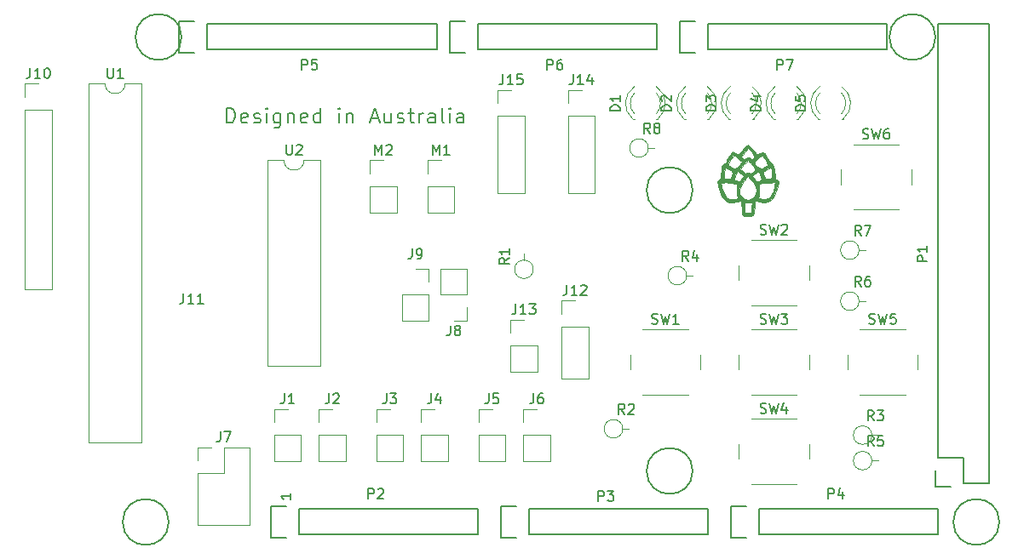
<source format=gbr>
G04 #@! TF.GenerationSoftware,KiCad,Pcbnew,5.1.5+dfsg1-2*
G04 #@! TF.CreationDate,2020-03-01T10:33:55+10:30*
G04 #@! TF.ProjectId,megasheild,6d656761-7368-4656-996c-642e6b696361,rev?*
G04 #@! TF.SameCoordinates,Original*
G04 #@! TF.FileFunction,Legend,Top*
G04 #@! TF.FilePolarity,Positive*
%FSLAX46Y46*%
G04 Gerber Fmt 4.6, Leading zero omitted, Abs format (unit mm)*
G04 Created by KiCad (PCBNEW 5.1.5+dfsg1-2) date 2020-03-01 10:33:55*
%MOMM*%
%LPD*%
G04 APERTURE LIST*
%ADD10C,0.150000*%
%ADD11C,0.010000*%
%ADD12C,0.120000*%
G04 APERTURE END LIST*
D10*
X125374285Y-79418571D02*
X125374285Y-77918571D01*
X125731428Y-77918571D01*
X125945714Y-77990000D01*
X126088571Y-78132857D01*
X126160000Y-78275714D01*
X126231428Y-78561428D01*
X126231428Y-78775714D01*
X126160000Y-79061428D01*
X126088571Y-79204285D01*
X125945714Y-79347142D01*
X125731428Y-79418571D01*
X125374285Y-79418571D01*
X127445714Y-79347142D02*
X127302857Y-79418571D01*
X127017142Y-79418571D01*
X126874285Y-79347142D01*
X126802857Y-79204285D01*
X126802857Y-78632857D01*
X126874285Y-78490000D01*
X127017142Y-78418571D01*
X127302857Y-78418571D01*
X127445714Y-78490000D01*
X127517142Y-78632857D01*
X127517142Y-78775714D01*
X126802857Y-78918571D01*
X128088571Y-79347142D02*
X128231428Y-79418571D01*
X128517142Y-79418571D01*
X128660000Y-79347142D01*
X128731428Y-79204285D01*
X128731428Y-79132857D01*
X128660000Y-78990000D01*
X128517142Y-78918571D01*
X128302857Y-78918571D01*
X128160000Y-78847142D01*
X128088571Y-78704285D01*
X128088571Y-78632857D01*
X128160000Y-78490000D01*
X128302857Y-78418571D01*
X128517142Y-78418571D01*
X128660000Y-78490000D01*
X129374285Y-79418571D02*
X129374285Y-78418571D01*
X129374285Y-77918571D02*
X129302857Y-77990000D01*
X129374285Y-78061428D01*
X129445714Y-77990000D01*
X129374285Y-77918571D01*
X129374285Y-78061428D01*
X130731428Y-78418571D02*
X130731428Y-79632857D01*
X130660000Y-79775714D01*
X130588571Y-79847142D01*
X130445714Y-79918571D01*
X130231428Y-79918571D01*
X130088571Y-79847142D01*
X130731428Y-79347142D02*
X130588571Y-79418571D01*
X130302857Y-79418571D01*
X130160000Y-79347142D01*
X130088571Y-79275714D01*
X130017142Y-79132857D01*
X130017142Y-78704285D01*
X130088571Y-78561428D01*
X130160000Y-78490000D01*
X130302857Y-78418571D01*
X130588571Y-78418571D01*
X130731428Y-78490000D01*
X131445714Y-78418571D02*
X131445714Y-79418571D01*
X131445714Y-78561428D02*
X131517142Y-78490000D01*
X131660000Y-78418571D01*
X131874285Y-78418571D01*
X132017142Y-78490000D01*
X132088571Y-78632857D01*
X132088571Y-79418571D01*
X133374285Y-79347142D02*
X133231428Y-79418571D01*
X132945714Y-79418571D01*
X132802857Y-79347142D01*
X132731428Y-79204285D01*
X132731428Y-78632857D01*
X132802857Y-78490000D01*
X132945714Y-78418571D01*
X133231428Y-78418571D01*
X133374285Y-78490000D01*
X133445714Y-78632857D01*
X133445714Y-78775714D01*
X132731428Y-78918571D01*
X134731428Y-79418571D02*
X134731428Y-77918571D01*
X134731428Y-79347142D02*
X134588571Y-79418571D01*
X134302857Y-79418571D01*
X134160000Y-79347142D01*
X134088571Y-79275714D01*
X134017142Y-79132857D01*
X134017142Y-78704285D01*
X134088571Y-78561428D01*
X134160000Y-78490000D01*
X134302857Y-78418571D01*
X134588571Y-78418571D01*
X134731428Y-78490000D01*
X136588571Y-79418571D02*
X136588571Y-78418571D01*
X136588571Y-77918571D02*
X136517142Y-77990000D01*
X136588571Y-78061428D01*
X136660000Y-77990000D01*
X136588571Y-77918571D01*
X136588571Y-78061428D01*
X137302857Y-78418571D02*
X137302857Y-79418571D01*
X137302857Y-78561428D02*
X137374285Y-78490000D01*
X137517142Y-78418571D01*
X137731428Y-78418571D01*
X137874285Y-78490000D01*
X137945714Y-78632857D01*
X137945714Y-79418571D01*
X139731428Y-78990000D02*
X140445714Y-78990000D01*
X139588571Y-79418571D02*
X140088571Y-77918571D01*
X140588571Y-79418571D01*
X141731428Y-78418571D02*
X141731428Y-79418571D01*
X141088571Y-78418571D02*
X141088571Y-79204285D01*
X141160000Y-79347142D01*
X141302857Y-79418571D01*
X141517142Y-79418571D01*
X141660000Y-79347142D01*
X141731428Y-79275714D01*
X142374285Y-79347142D02*
X142517142Y-79418571D01*
X142802857Y-79418571D01*
X142945714Y-79347142D01*
X143017142Y-79204285D01*
X143017142Y-79132857D01*
X142945714Y-78990000D01*
X142802857Y-78918571D01*
X142588571Y-78918571D01*
X142445714Y-78847142D01*
X142374285Y-78704285D01*
X142374285Y-78632857D01*
X142445714Y-78490000D01*
X142588571Y-78418571D01*
X142802857Y-78418571D01*
X142945714Y-78490000D01*
X143445714Y-78418571D02*
X144017142Y-78418571D01*
X143660000Y-77918571D02*
X143660000Y-79204285D01*
X143731428Y-79347142D01*
X143874285Y-79418571D01*
X144017142Y-79418571D01*
X144517142Y-79418571D02*
X144517142Y-78418571D01*
X144517142Y-78704285D02*
X144588571Y-78561428D01*
X144660000Y-78490000D01*
X144802857Y-78418571D01*
X144945714Y-78418571D01*
X146088571Y-79418571D02*
X146088571Y-78632857D01*
X146017142Y-78490000D01*
X145874285Y-78418571D01*
X145588571Y-78418571D01*
X145445714Y-78490000D01*
X146088571Y-79347142D02*
X145945714Y-79418571D01*
X145588571Y-79418571D01*
X145445714Y-79347142D01*
X145374285Y-79204285D01*
X145374285Y-79061428D01*
X145445714Y-78918571D01*
X145588571Y-78847142D01*
X145945714Y-78847142D01*
X146088571Y-78775714D01*
X147017142Y-79418571D02*
X146874285Y-79347142D01*
X146802857Y-79204285D01*
X146802857Y-77918571D01*
X147588571Y-79418571D02*
X147588571Y-78418571D01*
X147588571Y-77918571D02*
X147517142Y-77990000D01*
X147588571Y-78061428D01*
X147660000Y-77990000D01*
X147588571Y-77918571D01*
X147588571Y-78061428D01*
X148945714Y-79418571D02*
X148945714Y-78632857D01*
X148874285Y-78490000D01*
X148731428Y-78418571D01*
X148445714Y-78418571D01*
X148302857Y-78490000D01*
X148945714Y-79347142D02*
X148802857Y-79418571D01*
X148445714Y-79418571D01*
X148302857Y-79347142D01*
X148231428Y-79204285D01*
X148231428Y-79061428D01*
X148302857Y-78918571D01*
X148445714Y-78847142D01*
X148802857Y-78847142D01*
X148945714Y-78775714D01*
X131770380Y-116300285D02*
X131770380Y-116871714D01*
X131770380Y-116586000D02*
X130770380Y-116586000D01*
X130913238Y-116681238D01*
X131008476Y-116776476D01*
X131056095Y-116871714D01*
D11*
G36*
X177316396Y-81678164D02*
G01*
X177496014Y-81835110D01*
X177711406Y-82057189D01*
X177738607Y-82087448D01*
X178156424Y-82556229D01*
X178425440Y-82404948D01*
X178608258Y-82311300D01*
X178716930Y-82311682D01*
X178824341Y-82416128D01*
X178864074Y-82465333D01*
X179004184Y-82667102D01*
X179167748Y-82939577D01*
X179243772Y-83079167D01*
X179376160Y-83303818D01*
X179491036Y-83449790D01*
X179541413Y-83481333D01*
X179644801Y-83558598D01*
X179742989Y-83761234D01*
X179822053Y-84045504D01*
X179868068Y-84367670D01*
X179874333Y-84527072D01*
X179883988Y-84800465D01*
X179922873Y-84949321D01*
X180005869Y-85017828D01*
X180043667Y-85029865D01*
X180166645Y-85121364D01*
X180209603Y-85319655D01*
X180172435Y-85638269D01*
X180055037Y-86090737D01*
X180034960Y-86156587D01*
X179815304Y-86679977D01*
X179528693Y-87057372D01*
X179182518Y-87284015D01*
X178784173Y-87355145D01*
X178341049Y-87266003D01*
X178322684Y-87259108D01*
X178093903Y-87176451D01*
X177934902Y-87127625D01*
X177903003Y-87122000D01*
X177874580Y-87199906D01*
X177853288Y-87406653D01*
X177842825Y-87701784D01*
X177842333Y-87786211D01*
X177834394Y-88145745D01*
X177805340Y-88377267D01*
X177747318Y-88521580D01*
X177687500Y-88590544D01*
X177468014Y-88698488D01*
X177182264Y-88730373D01*
X176904183Y-88687315D01*
X176712455Y-88575833D01*
X176629009Y-88422746D01*
X176584544Y-88171878D01*
X176572333Y-87818830D01*
X176562781Y-87516020D01*
X176547521Y-87376000D01*
X176826333Y-87376000D01*
X176826333Y-87827555D01*
X176836869Y-88091985D01*
X176863893Y-88282815D01*
X176886807Y-88339585D01*
X177004469Y-88373518D01*
X177213357Y-88377267D01*
X177246640Y-88374863D01*
X177546000Y-88349667D01*
X177571392Y-87862833D01*
X177596784Y-87376000D01*
X176826333Y-87376000D01*
X176547521Y-87376000D01*
X176537646Y-87285395D01*
X176502207Y-87173780D01*
X176499348Y-87171552D01*
X176382263Y-87172415D01*
X176174360Y-87228000D01*
X176081907Y-87261751D01*
X175644818Y-87358405D01*
X175248192Y-87295196D01*
X174899504Y-87078345D01*
X174606231Y-86714078D01*
X174375849Y-86208620D01*
X174247532Y-85734419D01*
X174200368Y-85412841D01*
X174484002Y-85412841D01*
X174487710Y-85490254D01*
X174488274Y-85492167D01*
X174539452Y-85683017D01*
X174590660Y-85894333D01*
X174708531Y-86250252D01*
X174880623Y-86585161D01*
X175073331Y-86838429D01*
X175150705Y-86904738D01*
X175418089Y-87009818D01*
X175744517Y-87031229D01*
X176039420Y-86964604D01*
X176070976Y-86949112D01*
X176183105Y-86855468D01*
X176161329Y-86723969D01*
X176139589Y-86681082D01*
X176088327Y-86477289D01*
X176078188Y-86175066D01*
X176319128Y-86175066D01*
X176389845Y-86512055D01*
X176579665Y-86780264D01*
X176850645Y-86962990D01*
X177164838Y-87043530D01*
X177484301Y-87005181D01*
X177762077Y-86836706D01*
X178226697Y-86836706D01*
X178313543Y-86936539D01*
X178328607Y-86945572D01*
X178607092Y-87027263D01*
X178936699Y-87015308D01*
X179232117Y-86916360D01*
X179302755Y-86869585D01*
X179513547Y-86619227D01*
X179701866Y-86230205D01*
X179853286Y-85732994D01*
X179865239Y-85681190D01*
X179941000Y-85344000D01*
X179336167Y-85352439D01*
X179000585Y-85365022D01*
X178706191Y-85389822D01*
X178519667Y-85420838D01*
X178403444Y-85465572D01*
X178343446Y-85544831D01*
X178325614Y-85702842D01*
X178335890Y-85983833D01*
X178336602Y-85996738D01*
X178337255Y-86303383D01*
X178309328Y-86562318D01*
X178272543Y-86685818D01*
X178226697Y-86836706D01*
X177762077Y-86836706D01*
X177771090Y-86831240D01*
X177783083Y-86819492D01*
X177996591Y-86505487D01*
X178050168Y-86148571D01*
X177943396Y-85746388D01*
X177675862Y-85296578D01*
X177469299Y-85038702D01*
X177210395Y-84739268D01*
X177652878Y-84739268D01*
X177838038Y-84999301D01*
X177987573Y-85186206D01*
X178116181Y-85247903D01*
X178290790Y-85203944D01*
X178389899Y-85160522D01*
X178521303Y-85073915D01*
X178561799Y-84951111D01*
X178510853Y-84756127D01*
X178379766Y-84476167D01*
X178326008Y-84387937D01*
X178715439Y-84387937D01*
X178761619Y-84592157D01*
X178778799Y-84650410D01*
X178856509Y-84872092D01*
X178948801Y-84974815D01*
X179110750Y-85004039D01*
X179208788Y-85005333D01*
X179429572Y-84987708D01*
X179539585Y-84913525D01*
X179585705Y-84793110D01*
X179602735Y-84579610D01*
X179583147Y-84300312D01*
X179536382Y-84037011D01*
X179480842Y-83884455D01*
X179386353Y-83876618D01*
X179200408Y-83949066D01*
X178967840Y-84081592D01*
X178828897Y-84178291D01*
X178735739Y-84270021D01*
X178715439Y-84387937D01*
X178326008Y-84387937D01*
X178275129Y-84304434D01*
X178173969Y-84261105D01*
X178035965Y-84347429D01*
X177890446Y-84491301D01*
X177652878Y-84739268D01*
X177210395Y-84739268D01*
X177184223Y-84709000D01*
X177002844Y-84920667D01*
X176799921Y-85189276D01*
X176604298Y-85501217D01*
X176442380Y-85808047D01*
X176340569Y-86061322D01*
X176319128Y-86175066D01*
X176078188Y-86175066D01*
X176077952Y-86168056D01*
X176087669Y-86012620D01*
X176108487Y-85737043D01*
X176095310Y-85582030D01*
X176030406Y-85499593D01*
X175896043Y-85441744D01*
X175873855Y-85433982D01*
X175654633Y-85387337D01*
X175338588Y-85354815D01*
X175029993Y-85344000D01*
X174722417Y-85348665D01*
X174551329Y-85368628D01*
X174484002Y-85412841D01*
X174200368Y-85412841D01*
X174192945Y-85362231D01*
X174217223Y-85127894D01*
X174303773Y-85038147D01*
X175833141Y-85038147D01*
X175926272Y-85139034D01*
X175991808Y-85168689D01*
X176216617Y-85239955D01*
X176367792Y-85211841D01*
X176514714Y-85063617D01*
X176564741Y-84997494D01*
X176758327Y-84735655D01*
X176522490Y-84489494D01*
X176358097Y-84333755D01*
X176238778Y-84248691D01*
X176219778Y-84243333D01*
X176118112Y-84314809D01*
X175997578Y-84492773D01*
X175891211Y-84722532D01*
X175849375Y-84856556D01*
X175833141Y-85038147D01*
X174303773Y-85038147D01*
X174323284Y-85017916D01*
X174405259Y-85005333D01*
X174468340Y-84925212D01*
X174504139Y-84700184D01*
X174509947Y-84555966D01*
X174512466Y-84522692D01*
X174797993Y-84522692D01*
X174801946Y-84769391D01*
X174837772Y-84930687D01*
X174850778Y-84948889D01*
X174965980Y-84986470D01*
X175174880Y-85004941D01*
X175211060Y-85005333D01*
X175414846Y-84988425D01*
X175526679Y-84905644D01*
X175607626Y-84708905D01*
X175614268Y-84687854D01*
X175656798Y-84422561D01*
X175580288Y-84215286D01*
X175365664Y-84031753D01*
X175311983Y-84001398D01*
X176467545Y-84001398D01*
X176699613Y-84243625D01*
X176867985Y-84395861D01*
X176990580Y-84430222D01*
X177083799Y-84390853D01*
X177248763Y-84340401D01*
X177355434Y-84395045D01*
X177461271Y-84435820D01*
X177590301Y-84365171D01*
X177700043Y-84259292D01*
X177841364Y-84098420D01*
X177874626Y-83987247D01*
X177813118Y-83857367D01*
X177786083Y-83816340D01*
X177628898Y-83606077D01*
X177440035Y-83383700D01*
X177432570Y-83375564D01*
X177398730Y-83338835D01*
X177845150Y-83338835D01*
X177911485Y-83487698D01*
X178069524Y-83675719D01*
X178267308Y-83852425D01*
X178452875Y-83967341D01*
X178509673Y-83984354D01*
X178595274Y-83947982D01*
X178771330Y-83850798D01*
X178848340Y-83805297D01*
X179044678Y-83686315D01*
X179169013Y-83609049D01*
X179185704Y-83597870D01*
X179158890Y-83523702D01*
X179069858Y-83352457D01*
X178945506Y-83131048D01*
X178812732Y-82906383D01*
X178698434Y-82725375D01*
X178638691Y-82643872D01*
X178559476Y-82668640D01*
X178403762Y-82778534D01*
X178213036Y-82937220D01*
X178028787Y-83108365D01*
X177892503Y-83255633D01*
X177845150Y-83338835D01*
X177398730Y-83338835D01*
X177218109Y-83142796D01*
X177013944Y-83333231D01*
X176811968Y-83546518D01*
X176638661Y-83762532D01*
X176467545Y-84001398D01*
X175311983Y-84001398D01*
X175195639Y-83935609D01*
X175028584Y-83862811D01*
X174942230Y-83895300D01*
X174877939Y-84034456D01*
X174823971Y-84255933D01*
X174797993Y-84522692D01*
X174512466Y-84522692D01*
X174536526Y-84204950D01*
X174598227Y-83884387D01*
X174683293Y-83634740D01*
X174775707Y-83502561D01*
X175259894Y-83502561D01*
X175261090Y-83609677D01*
X175314674Y-83657732D01*
X175471319Y-83760621D01*
X175598667Y-83853844D01*
X175773563Y-83959635D01*
X175927387Y-83961201D01*
X176105928Y-83847433D01*
X176273178Y-83690178D01*
X176446060Y-83502861D01*
X176554106Y-83358017D01*
X176572333Y-83313056D01*
X176510028Y-83223397D01*
X176348829Y-83072004D01*
X176181153Y-82936402D01*
X175999332Y-82797571D01*
X176553463Y-82797571D01*
X176614744Y-82888608D01*
X176626638Y-82901894D01*
X176778200Y-83035658D01*
X176896014Y-83028313D01*
X176995667Y-82931000D01*
X177148490Y-82816070D01*
X177315457Y-82852781D01*
X177431912Y-82942685D01*
X177571986Y-83032412D01*
X177693458Y-82990799D01*
X177713745Y-82974651D01*
X177817033Y-82851522D01*
X177818522Y-82711108D01*
X177708948Y-82520663D01*
X177521453Y-82294857D01*
X177200572Y-81933270D01*
X176842968Y-82339530D01*
X176652149Y-82563136D01*
X176560789Y-82702448D01*
X176553463Y-82797571D01*
X175999332Y-82797571D01*
X175789973Y-82637714D01*
X175642791Y-82826690D01*
X175501678Y-83034688D01*
X175357544Y-83284929D01*
X175347812Y-83303695D01*
X175259894Y-83502561D01*
X174775707Y-83502561D01*
X174779966Y-83496470D01*
X174822211Y-83481333D01*
X174916991Y-83412593D01*
X175045543Y-83237935D01*
X175112766Y-83121500D01*
X175278350Y-82838734D01*
X175458379Y-82572082D01*
X175507683Y-82507667D01*
X175711456Y-82253667D01*
X176236084Y-82561001D01*
X176666704Y-82089834D01*
X176888457Y-81862476D01*
X177078097Y-81695323D01*
X177199142Y-81620069D01*
X177209057Y-81618667D01*
X177316396Y-81678164D01*
G37*
X177316396Y-81678164D02*
X177496014Y-81835110D01*
X177711406Y-82057189D01*
X177738607Y-82087448D01*
X178156424Y-82556229D01*
X178425440Y-82404948D01*
X178608258Y-82311300D01*
X178716930Y-82311682D01*
X178824341Y-82416128D01*
X178864074Y-82465333D01*
X179004184Y-82667102D01*
X179167748Y-82939577D01*
X179243772Y-83079167D01*
X179376160Y-83303818D01*
X179491036Y-83449790D01*
X179541413Y-83481333D01*
X179644801Y-83558598D01*
X179742989Y-83761234D01*
X179822053Y-84045504D01*
X179868068Y-84367670D01*
X179874333Y-84527072D01*
X179883988Y-84800465D01*
X179922873Y-84949321D01*
X180005869Y-85017828D01*
X180043667Y-85029865D01*
X180166645Y-85121364D01*
X180209603Y-85319655D01*
X180172435Y-85638269D01*
X180055037Y-86090737D01*
X180034960Y-86156587D01*
X179815304Y-86679977D01*
X179528693Y-87057372D01*
X179182518Y-87284015D01*
X178784173Y-87355145D01*
X178341049Y-87266003D01*
X178322684Y-87259108D01*
X178093903Y-87176451D01*
X177934902Y-87127625D01*
X177903003Y-87122000D01*
X177874580Y-87199906D01*
X177853288Y-87406653D01*
X177842825Y-87701784D01*
X177842333Y-87786211D01*
X177834394Y-88145745D01*
X177805340Y-88377267D01*
X177747318Y-88521580D01*
X177687500Y-88590544D01*
X177468014Y-88698488D01*
X177182264Y-88730373D01*
X176904183Y-88687315D01*
X176712455Y-88575833D01*
X176629009Y-88422746D01*
X176584544Y-88171878D01*
X176572333Y-87818830D01*
X176562781Y-87516020D01*
X176547521Y-87376000D01*
X176826333Y-87376000D01*
X176826333Y-87827555D01*
X176836869Y-88091985D01*
X176863893Y-88282815D01*
X176886807Y-88339585D01*
X177004469Y-88373518D01*
X177213357Y-88377267D01*
X177246640Y-88374863D01*
X177546000Y-88349667D01*
X177571392Y-87862833D01*
X177596784Y-87376000D01*
X176826333Y-87376000D01*
X176547521Y-87376000D01*
X176537646Y-87285395D01*
X176502207Y-87173780D01*
X176499348Y-87171552D01*
X176382263Y-87172415D01*
X176174360Y-87228000D01*
X176081907Y-87261751D01*
X175644818Y-87358405D01*
X175248192Y-87295196D01*
X174899504Y-87078345D01*
X174606231Y-86714078D01*
X174375849Y-86208620D01*
X174247532Y-85734419D01*
X174200368Y-85412841D01*
X174484002Y-85412841D01*
X174487710Y-85490254D01*
X174488274Y-85492167D01*
X174539452Y-85683017D01*
X174590660Y-85894333D01*
X174708531Y-86250252D01*
X174880623Y-86585161D01*
X175073331Y-86838429D01*
X175150705Y-86904738D01*
X175418089Y-87009818D01*
X175744517Y-87031229D01*
X176039420Y-86964604D01*
X176070976Y-86949112D01*
X176183105Y-86855468D01*
X176161329Y-86723969D01*
X176139589Y-86681082D01*
X176088327Y-86477289D01*
X176078188Y-86175066D01*
X176319128Y-86175066D01*
X176389845Y-86512055D01*
X176579665Y-86780264D01*
X176850645Y-86962990D01*
X177164838Y-87043530D01*
X177484301Y-87005181D01*
X177762077Y-86836706D01*
X178226697Y-86836706D01*
X178313543Y-86936539D01*
X178328607Y-86945572D01*
X178607092Y-87027263D01*
X178936699Y-87015308D01*
X179232117Y-86916360D01*
X179302755Y-86869585D01*
X179513547Y-86619227D01*
X179701866Y-86230205D01*
X179853286Y-85732994D01*
X179865239Y-85681190D01*
X179941000Y-85344000D01*
X179336167Y-85352439D01*
X179000585Y-85365022D01*
X178706191Y-85389822D01*
X178519667Y-85420838D01*
X178403444Y-85465572D01*
X178343446Y-85544831D01*
X178325614Y-85702842D01*
X178335890Y-85983833D01*
X178336602Y-85996738D01*
X178337255Y-86303383D01*
X178309328Y-86562318D01*
X178272543Y-86685818D01*
X178226697Y-86836706D01*
X177762077Y-86836706D01*
X177771090Y-86831240D01*
X177783083Y-86819492D01*
X177996591Y-86505487D01*
X178050168Y-86148571D01*
X177943396Y-85746388D01*
X177675862Y-85296578D01*
X177469299Y-85038702D01*
X177210395Y-84739268D01*
X177652878Y-84739268D01*
X177838038Y-84999301D01*
X177987573Y-85186206D01*
X178116181Y-85247903D01*
X178290790Y-85203944D01*
X178389899Y-85160522D01*
X178521303Y-85073915D01*
X178561799Y-84951111D01*
X178510853Y-84756127D01*
X178379766Y-84476167D01*
X178326008Y-84387937D01*
X178715439Y-84387937D01*
X178761619Y-84592157D01*
X178778799Y-84650410D01*
X178856509Y-84872092D01*
X178948801Y-84974815D01*
X179110750Y-85004039D01*
X179208788Y-85005333D01*
X179429572Y-84987708D01*
X179539585Y-84913525D01*
X179585705Y-84793110D01*
X179602735Y-84579610D01*
X179583147Y-84300312D01*
X179536382Y-84037011D01*
X179480842Y-83884455D01*
X179386353Y-83876618D01*
X179200408Y-83949066D01*
X178967840Y-84081592D01*
X178828897Y-84178291D01*
X178735739Y-84270021D01*
X178715439Y-84387937D01*
X178326008Y-84387937D01*
X178275129Y-84304434D01*
X178173969Y-84261105D01*
X178035965Y-84347429D01*
X177890446Y-84491301D01*
X177652878Y-84739268D01*
X177210395Y-84739268D01*
X177184223Y-84709000D01*
X177002844Y-84920667D01*
X176799921Y-85189276D01*
X176604298Y-85501217D01*
X176442380Y-85808047D01*
X176340569Y-86061322D01*
X176319128Y-86175066D01*
X176078188Y-86175066D01*
X176077952Y-86168056D01*
X176087669Y-86012620D01*
X176108487Y-85737043D01*
X176095310Y-85582030D01*
X176030406Y-85499593D01*
X175896043Y-85441744D01*
X175873855Y-85433982D01*
X175654633Y-85387337D01*
X175338588Y-85354815D01*
X175029993Y-85344000D01*
X174722417Y-85348665D01*
X174551329Y-85368628D01*
X174484002Y-85412841D01*
X174200368Y-85412841D01*
X174192945Y-85362231D01*
X174217223Y-85127894D01*
X174303773Y-85038147D01*
X175833141Y-85038147D01*
X175926272Y-85139034D01*
X175991808Y-85168689D01*
X176216617Y-85239955D01*
X176367792Y-85211841D01*
X176514714Y-85063617D01*
X176564741Y-84997494D01*
X176758327Y-84735655D01*
X176522490Y-84489494D01*
X176358097Y-84333755D01*
X176238778Y-84248691D01*
X176219778Y-84243333D01*
X176118112Y-84314809D01*
X175997578Y-84492773D01*
X175891211Y-84722532D01*
X175849375Y-84856556D01*
X175833141Y-85038147D01*
X174303773Y-85038147D01*
X174323284Y-85017916D01*
X174405259Y-85005333D01*
X174468340Y-84925212D01*
X174504139Y-84700184D01*
X174509947Y-84555966D01*
X174512466Y-84522692D01*
X174797993Y-84522692D01*
X174801946Y-84769391D01*
X174837772Y-84930687D01*
X174850778Y-84948889D01*
X174965980Y-84986470D01*
X175174880Y-85004941D01*
X175211060Y-85005333D01*
X175414846Y-84988425D01*
X175526679Y-84905644D01*
X175607626Y-84708905D01*
X175614268Y-84687854D01*
X175656798Y-84422561D01*
X175580288Y-84215286D01*
X175365664Y-84031753D01*
X175311983Y-84001398D01*
X176467545Y-84001398D01*
X176699613Y-84243625D01*
X176867985Y-84395861D01*
X176990580Y-84430222D01*
X177083799Y-84390853D01*
X177248763Y-84340401D01*
X177355434Y-84395045D01*
X177461271Y-84435820D01*
X177590301Y-84365171D01*
X177700043Y-84259292D01*
X177841364Y-84098420D01*
X177874626Y-83987247D01*
X177813118Y-83857367D01*
X177786083Y-83816340D01*
X177628898Y-83606077D01*
X177440035Y-83383700D01*
X177432570Y-83375564D01*
X177398730Y-83338835D01*
X177845150Y-83338835D01*
X177911485Y-83487698D01*
X178069524Y-83675719D01*
X178267308Y-83852425D01*
X178452875Y-83967341D01*
X178509673Y-83984354D01*
X178595274Y-83947982D01*
X178771330Y-83850798D01*
X178848340Y-83805297D01*
X179044678Y-83686315D01*
X179169013Y-83609049D01*
X179185704Y-83597870D01*
X179158890Y-83523702D01*
X179069858Y-83352457D01*
X178945506Y-83131048D01*
X178812732Y-82906383D01*
X178698434Y-82725375D01*
X178638691Y-82643872D01*
X178559476Y-82668640D01*
X178403762Y-82778534D01*
X178213036Y-82937220D01*
X178028787Y-83108365D01*
X177892503Y-83255633D01*
X177845150Y-83338835D01*
X177398730Y-83338835D01*
X177218109Y-83142796D01*
X177013944Y-83333231D01*
X176811968Y-83546518D01*
X176638661Y-83762532D01*
X176467545Y-84001398D01*
X175311983Y-84001398D01*
X175195639Y-83935609D01*
X175028584Y-83862811D01*
X174942230Y-83895300D01*
X174877939Y-84034456D01*
X174823971Y-84255933D01*
X174797993Y-84522692D01*
X174512466Y-84522692D01*
X174536526Y-84204950D01*
X174598227Y-83884387D01*
X174683293Y-83634740D01*
X174775707Y-83502561D01*
X175259894Y-83502561D01*
X175261090Y-83609677D01*
X175314674Y-83657732D01*
X175471319Y-83760621D01*
X175598667Y-83853844D01*
X175773563Y-83959635D01*
X175927387Y-83961201D01*
X176105928Y-83847433D01*
X176273178Y-83690178D01*
X176446060Y-83502861D01*
X176554106Y-83358017D01*
X176572333Y-83313056D01*
X176510028Y-83223397D01*
X176348829Y-83072004D01*
X176181153Y-82936402D01*
X175999332Y-82797571D01*
X176553463Y-82797571D01*
X176614744Y-82888608D01*
X176626638Y-82901894D01*
X176778200Y-83035658D01*
X176896014Y-83028313D01*
X176995667Y-82931000D01*
X177148490Y-82816070D01*
X177315457Y-82852781D01*
X177431912Y-82942685D01*
X177571986Y-83032412D01*
X177693458Y-82990799D01*
X177713745Y-82974651D01*
X177817033Y-82851522D01*
X177818522Y-82711108D01*
X177708948Y-82520663D01*
X177521453Y-82294857D01*
X177200572Y-81933270D01*
X176842968Y-82339530D01*
X176652149Y-82563136D01*
X176560789Y-82702448D01*
X176553463Y-82797571D01*
X175999332Y-82797571D01*
X175789973Y-82637714D01*
X175642791Y-82826690D01*
X175501678Y-83034688D01*
X175357544Y-83284929D01*
X175347812Y-83303695D01*
X175259894Y-83502561D01*
X174775707Y-83502561D01*
X174779966Y-83496470D01*
X174822211Y-83481333D01*
X174916991Y-83412593D01*
X175045543Y-83237935D01*
X175112766Y-83121500D01*
X175278350Y-82838734D01*
X175458379Y-82572082D01*
X175507683Y-82507667D01*
X175711456Y-82253667D01*
X176236084Y-82561001D01*
X176666704Y-82089834D01*
X176888457Y-81862476D01*
X177078097Y-81695323D01*
X177199142Y-81620069D01*
X177209057Y-81618667D01*
X177316396Y-81678164D01*
D12*
X133080000Y-83125000D02*
G75*
G02X131080000Y-83125000I-1000000J0D01*
G01*
X131080000Y-83125000D02*
X129430000Y-83125000D01*
X129430000Y-83125000D02*
X129430000Y-103565000D01*
X129430000Y-103565000D02*
X134730000Y-103565000D01*
X134730000Y-103565000D02*
X134730000Y-83125000D01*
X134730000Y-83125000D02*
X133080000Y-83125000D01*
D10*
X201168000Y-115316000D02*
X201168000Y-69596000D01*
X196088000Y-69596000D02*
X196088000Y-112776000D01*
X201168000Y-69596000D02*
X196088000Y-69596000D01*
X201168000Y-115316000D02*
X198628000Y-115316000D01*
X195808000Y-114046000D02*
X195808000Y-115596000D01*
X198628000Y-115316000D02*
X198628000Y-112776000D01*
X198628000Y-112776000D02*
X196088000Y-112776000D01*
X195808000Y-115596000D02*
X197358000Y-115596000D01*
X132588000Y-120396000D02*
X150368000Y-120396000D01*
X150368000Y-120396000D02*
X150368000Y-117856000D01*
X150368000Y-117856000D02*
X132588000Y-117856000D01*
X129768000Y-120676000D02*
X131318000Y-120676000D01*
X132588000Y-120396000D02*
X132588000Y-117856000D01*
X131318000Y-117576000D02*
X129768000Y-117576000D01*
X129768000Y-117576000D02*
X129768000Y-120676000D01*
X155448000Y-120396000D02*
X173228000Y-120396000D01*
X173228000Y-120396000D02*
X173228000Y-117856000D01*
X173228000Y-117856000D02*
X155448000Y-117856000D01*
X152628000Y-120676000D02*
X154178000Y-120676000D01*
X155448000Y-120396000D02*
X155448000Y-117856000D01*
X154178000Y-117576000D02*
X152628000Y-117576000D01*
X152628000Y-117576000D02*
X152628000Y-120676000D01*
X178308000Y-120396000D02*
X196088000Y-120396000D01*
X196088000Y-120396000D02*
X196088000Y-117856000D01*
X196088000Y-117856000D02*
X178308000Y-117856000D01*
X175488000Y-120676000D02*
X177038000Y-120676000D01*
X178308000Y-120396000D02*
X178308000Y-117856000D01*
X177038000Y-117576000D02*
X175488000Y-117576000D01*
X175488000Y-117576000D02*
X175488000Y-120676000D01*
X123444000Y-72136000D02*
X146304000Y-72136000D01*
X146304000Y-72136000D02*
X146304000Y-69596000D01*
X146304000Y-69596000D02*
X123444000Y-69596000D01*
X120624000Y-72416000D02*
X122174000Y-72416000D01*
X123444000Y-72136000D02*
X123444000Y-69596000D01*
X122174000Y-69316000D02*
X120624000Y-69316000D01*
X120624000Y-69316000D02*
X120624000Y-72416000D01*
X150368000Y-72136000D02*
X168148000Y-72136000D01*
X168148000Y-72136000D02*
X168148000Y-69596000D01*
X168148000Y-69596000D02*
X150368000Y-69596000D01*
X147548000Y-72416000D02*
X149098000Y-72416000D01*
X150368000Y-72136000D02*
X150368000Y-69596000D01*
X149098000Y-69316000D02*
X147548000Y-69316000D01*
X147548000Y-69316000D02*
X147548000Y-72416000D01*
X173228000Y-72136000D02*
X191008000Y-72136000D01*
X191008000Y-72136000D02*
X191008000Y-69596000D01*
X191008000Y-69596000D02*
X173228000Y-69596000D01*
X170408000Y-72416000D02*
X171958000Y-72416000D01*
X173228000Y-72136000D02*
X173228000Y-69596000D01*
X171958000Y-69316000D02*
X170408000Y-69316000D01*
X170408000Y-69316000D02*
X170408000Y-72416000D01*
X119634000Y-119126000D02*
G75*
G03X119634000Y-119126000I-2286000J0D01*
G01*
X171704000Y-114046000D02*
G75*
G03X171704000Y-114046000I-2286000J0D01*
G01*
X202184000Y-119126000D02*
G75*
G03X202184000Y-119126000I-2286000J0D01*
G01*
X120904000Y-70866000D02*
G75*
G03X120904000Y-70866000I-2286000J0D01*
G01*
X171704000Y-86106000D02*
G75*
G03X171704000Y-86106000I-2286000J0D01*
G01*
X195834000Y-70866000D02*
G75*
G03X195834000Y-70866000I-2286000J0D01*
G01*
D12*
X168085000Y-79030000D02*
X168241000Y-79030000D01*
X165769000Y-79030000D02*
X165925000Y-79030000D01*
X168084837Y-76428870D02*
G75*
G02X168085000Y-78510961I-1079837J-1041130D01*
G01*
X165925163Y-76428870D02*
G75*
G03X165925000Y-78510961I1079837J-1041130D01*
G01*
X168083608Y-75797665D02*
G75*
G02X168240516Y-79030000I-1078608J-1672335D01*
G01*
X165926392Y-75797665D02*
G75*
G03X165769484Y-79030000I1078608J-1672335D01*
G01*
X171006392Y-75797665D02*
G75*
G03X170849484Y-79030000I1078608J-1672335D01*
G01*
X173163608Y-75797665D02*
G75*
G02X173320516Y-79030000I-1078608J-1672335D01*
G01*
X171005163Y-76428870D02*
G75*
G03X171005000Y-78510961I1079837J-1041130D01*
G01*
X173164837Y-76428870D02*
G75*
G02X173165000Y-78510961I-1079837J-1041130D01*
G01*
X170849000Y-79030000D02*
X171005000Y-79030000D01*
X173165000Y-79030000D02*
X173321000Y-79030000D01*
X177610000Y-79030000D02*
X177766000Y-79030000D01*
X175294000Y-79030000D02*
X175450000Y-79030000D01*
X177609837Y-76428870D02*
G75*
G02X177610000Y-78510961I-1079837J-1041130D01*
G01*
X175450163Y-76428870D02*
G75*
G03X175450000Y-78510961I1079837J-1041130D01*
G01*
X177608608Y-75797665D02*
G75*
G02X177765516Y-79030000I-1078608J-1672335D01*
G01*
X175451392Y-75797665D02*
G75*
G03X175294484Y-79030000I1078608J-1672335D01*
G01*
X179896392Y-75797665D02*
G75*
G03X179739484Y-79030000I1078608J-1672335D01*
G01*
X182053608Y-75797665D02*
G75*
G02X182210516Y-79030000I-1078608J-1672335D01*
G01*
X179895163Y-76428870D02*
G75*
G03X179895000Y-78510961I1079837J-1041130D01*
G01*
X182054837Y-76428870D02*
G75*
G02X182055000Y-78510961I-1079837J-1041130D01*
G01*
X179739000Y-79030000D02*
X179895000Y-79030000D01*
X182055000Y-79030000D02*
X182211000Y-79030000D01*
X184341392Y-75797665D02*
G75*
G03X184184484Y-79030000I1078608J-1672335D01*
G01*
X186498608Y-75797665D02*
G75*
G02X186655516Y-79030000I-1078608J-1672335D01*
G01*
X184340163Y-76428870D02*
G75*
G03X184340000Y-78510961I1079837J-1041130D01*
G01*
X186499837Y-76428870D02*
G75*
G02X186500000Y-78510961I-1079837J-1041130D01*
G01*
X184184000Y-79030000D02*
X184340000Y-79030000D01*
X186500000Y-79030000D02*
X186656000Y-79030000D01*
X130115000Y-107890000D02*
X131445000Y-107890000D01*
X130115000Y-109220000D02*
X130115000Y-107890000D01*
X130115000Y-110490000D02*
X132775000Y-110490000D01*
X132775000Y-110490000D02*
X132775000Y-113090000D01*
X130115000Y-110490000D02*
X130115000Y-113090000D01*
X130115000Y-113090000D02*
X132775000Y-113090000D01*
X134560000Y-113090000D02*
X137220000Y-113090000D01*
X134560000Y-110490000D02*
X134560000Y-113090000D01*
X137220000Y-110490000D02*
X137220000Y-113090000D01*
X134560000Y-110490000D02*
X137220000Y-110490000D01*
X134560000Y-109220000D02*
X134560000Y-107890000D01*
X134560000Y-107890000D02*
X135890000Y-107890000D01*
X140275000Y-107890000D02*
X141605000Y-107890000D01*
X140275000Y-109220000D02*
X140275000Y-107890000D01*
X140275000Y-110490000D02*
X142935000Y-110490000D01*
X142935000Y-110490000D02*
X142935000Y-113090000D01*
X140275000Y-110490000D02*
X140275000Y-113090000D01*
X140275000Y-113090000D02*
X142935000Y-113090000D01*
X144720000Y-113090000D02*
X147380000Y-113090000D01*
X144720000Y-110490000D02*
X144720000Y-113090000D01*
X147380000Y-110490000D02*
X147380000Y-113090000D01*
X144720000Y-110490000D02*
X147380000Y-110490000D01*
X144720000Y-109220000D02*
X144720000Y-107890000D01*
X144720000Y-107890000D02*
X146050000Y-107890000D01*
X150435000Y-113090000D02*
X153095000Y-113090000D01*
X150435000Y-110490000D02*
X150435000Y-113090000D01*
X153095000Y-110490000D02*
X153095000Y-113090000D01*
X150435000Y-110490000D02*
X153095000Y-110490000D01*
X150435000Y-109220000D02*
X150435000Y-107890000D01*
X150435000Y-107890000D02*
X151765000Y-107890000D01*
X154880000Y-107890000D02*
X156210000Y-107890000D01*
X154880000Y-109220000D02*
X154880000Y-107890000D01*
X154880000Y-110490000D02*
X157540000Y-110490000D01*
X157540000Y-110490000D02*
X157540000Y-113090000D01*
X154880000Y-110490000D02*
X154880000Y-113090000D01*
X154880000Y-113090000D02*
X157540000Y-113090000D01*
X122495000Y-119440000D02*
X127695000Y-119440000D01*
X122495000Y-114300000D02*
X122495000Y-119440000D01*
X127695000Y-111700000D02*
X127695000Y-119440000D01*
X122495000Y-114300000D02*
X125095000Y-114300000D01*
X125095000Y-114300000D02*
X125095000Y-111700000D01*
X125095000Y-111700000D02*
X127695000Y-111700000D01*
X122495000Y-113030000D02*
X122495000Y-111700000D01*
X122495000Y-111700000D02*
X123825000Y-111700000D01*
X149285000Y-99120000D02*
X147955000Y-99120000D01*
X149285000Y-97790000D02*
X149285000Y-99120000D01*
X149285000Y-96520000D02*
X146625000Y-96520000D01*
X146625000Y-96520000D02*
X146625000Y-93920000D01*
X149285000Y-96520000D02*
X149285000Y-93920000D01*
X149285000Y-93920000D02*
X146625000Y-93920000D01*
X142815000Y-96520000D02*
X145475000Y-96520000D01*
X142815000Y-96520000D02*
X142815000Y-99120000D01*
X142815000Y-99120000D02*
X145475000Y-99120000D01*
X145475000Y-96520000D02*
X145475000Y-99120000D01*
X145475000Y-93920000D02*
X145475000Y-95250000D01*
X144145000Y-93920000D02*
X145475000Y-93920000D01*
X105350000Y-75505000D02*
X106680000Y-75505000D01*
X105350000Y-76835000D02*
X105350000Y-75505000D01*
X105350000Y-78105000D02*
X108010000Y-78105000D01*
X108010000Y-78105000D02*
X108010000Y-95945000D01*
X105350000Y-78105000D02*
X105350000Y-95945000D01*
X105350000Y-95945000D02*
X108010000Y-95945000D01*
X158690000Y-104835000D02*
X161350000Y-104835000D01*
X158690000Y-99695000D02*
X158690000Y-104835000D01*
X161350000Y-99695000D02*
X161350000Y-104835000D01*
X158690000Y-99695000D02*
X161350000Y-99695000D01*
X158690000Y-98425000D02*
X158690000Y-97095000D01*
X158690000Y-97095000D02*
X160020000Y-97095000D01*
X153610000Y-104200000D02*
X156270000Y-104200000D01*
X153610000Y-101600000D02*
X153610000Y-104200000D01*
X156270000Y-101600000D02*
X156270000Y-104200000D01*
X153610000Y-101600000D02*
X156270000Y-101600000D01*
X153610000Y-100330000D02*
X153610000Y-99000000D01*
X153610000Y-99000000D02*
X154940000Y-99000000D01*
X159325000Y-86420000D02*
X161985000Y-86420000D01*
X159325000Y-78740000D02*
X159325000Y-86420000D01*
X161985000Y-78740000D02*
X161985000Y-86420000D01*
X159325000Y-78740000D02*
X161985000Y-78740000D01*
X159325000Y-77470000D02*
X159325000Y-76140000D01*
X159325000Y-76140000D02*
X160655000Y-76140000D01*
X152340000Y-76140000D02*
X153670000Y-76140000D01*
X152340000Y-77470000D02*
X152340000Y-76140000D01*
X152340000Y-78740000D02*
X155000000Y-78740000D01*
X155000000Y-78740000D02*
X155000000Y-86420000D01*
X152340000Y-78740000D02*
X152340000Y-86420000D01*
X152340000Y-86420000D02*
X155000000Y-86420000D01*
X145355000Y-88325000D02*
X148015000Y-88325000D01*
X145355000Y-85725000D02*
X145355000Y-88325000D01*
X148015000Y-85725000D02*
X148015000Y-88325000D01*
X145355000Y-85725000D02*
X148015000Y-85725000D01*
X145355000Y-84455000D02*
X145355000Y-83125000D01*
X145355000Y-83125000D02*
X146685000Y-83125000D01*
X139640000Y-83125000D02*
X140970000Y-83125000D01*
X139640000Y-84455000D02*
X139640000Y-83125000D01*
X139640000Y-85725000D02*
X142300000Y-85725000D01*
X142300000Y-85725000D02*
X142300000Y-88325000D01*
X139640000Y-85725000D02*
X139640000Y-88325000D01*
X139640000Y-88325000D02*
X142300000Y-88325000D01*
X155860000Y-93980000D02*
G75*
G03X155860000Y-93980000I-920000J0D01*
G01*
X154940000Y-93060000D02*
X154940000Y-92440000D01*
X164750000Y-109855000D02*
G75*
G03X164750000Y-109855000I-920000J0D01*
G01*
X164750000Y-109855000D02*
X165370000Y-109855000D01*
X189515000Y-110490000D02*
G75*
G03X189515000Y-110490000I-920000J0D01*
G01*
X189515000Y-110490000D02*
X190135000Y-110490000D01*
X171100000Y-94615000D02*
X171720000Y-94615000D01*
X171100000Y-94615000D02*
G75*
G03X171100000Y-94615000I-920000J0D01*
G01*
X189515000Y-113030000D02*
X190135000Y-113030000D01*
X189515000Y-113030000D02*
G75*
G03X189515000Y-113030000I-920000J0D01*
G01*
X188245000Y-97155000D02*
G75*
G03X188245000Y-97155000I-920000J0D01*
G01*
X188245000Y-97155000D02*
X188865000Y-97155000D01*
X188245000Y-92075000D02*
X188865000Y-92075000D01*
X188245000Y-92075000D02*
G75*
G03X188245000Y-92075000I-920000J0D01*
G01*
X167290000Y-81915000D02*
X167910000Y-81915000D01*
X167290000Y-81915000D02*
G75*
G03X167290000Y-81915000I-920000J0D01*
G01*
X166735000Y-106465000D02*
X171235000Y-106465000D01*
X165485000Y-102465000D02*
X165485000Y-103965000D01*
X171235000Y-99965000D02*
X166735000Y-99965000D01*
X172485000Y-103965000D02*
X172485000Y-102465000D01*
X183280000Y-95075000D02*
X183280000Y-93575000D01*
X182030000Y-91075000D02*
X177530000Y-91075000D01*
X176280000Y-93575000D02*
X176280000Y-95075000D01*
X177530000Y-97575000D02*
X182030000Y-97575000D01*
X177530000Y-106465000D02*
X182030000Y-106465000D01*
X176280000Y-102465000D02*
X176280000Y-103965000D01*
X182030000Y-99965000D02*
X177530000Y-99965000D01*
X183280000Y-103965000D02*
X183280000Y-102465000D01*
X183280000Y-112855000D02*
X183280000Y-111355000D01*
X182030000Y-108855000D02*
X177530000Y-108855000D01*
X176280000Y-111355000D02*
X176280000Y-112855000D01*
X177530000Y-115355000D02*
X182030000Y-115355000D01*
X188325000Y-106465000D02*
X192825000Y-106465000D01*
X187075000Y-102465000D02*
X187075000Y-103965000D01*
X192825000Y-99965000D02*
X188325000Y-99965000D01*
X194075000Y-103965000D02*
X194075000Y-102465000D01*
X193440000Y-85550000D02*
X193440000Y-84050000D01*
X192190000Y-81550000D02*
X187690000Y-81550000D01*
X186440000Y-84050000D02*
X186440000Y-85550000D01*
X187690000Y-88050000D02*
X192190000Y-88050000D01*
X115300000Y-75505000D02*
G75*
G02X113300000Y-75505000I-1000000J0D01*
G01*
X113300000Y-75505000D02*
X111650000Y-75505000D01*
X111650000Y-75505000D02*
X111650000Y-111185000D01*
X111650000Y-111185000D02*
X116950000Y-111185000D01*
X116950000Y-111185000D02*
X116950000Y-75505000D01*
X116950000Y-75505000D02*
X115300000Y-75505000D01*
D10*
X131318095Y-81577380D02*
X131318095Y-82386904D01*
X131365714Y-82482142D01*
X131413333Y-82529761D01*
X131508571Y-82577380D01*
X131699047Y-82577380D01*
X131794285Y-82529761D01*
X131841904Y-82482142D01*
X131889523Y-82386904D01*
X131889523Y-81577380D01*
X132318095Y-81672619D02*
X132365714Y-81625000D01*
X132460952Y-81577380D01*
X132699047Y-81577380D01*
X132794285Y-81625000D01*
X132841904Y-81672619D01*
X132889523Y-81767857D01*
X132889523Y-81863095D01*
X132841904Y-82005952D01*
X132270476Y-82577380D01*
X132889523Y-82577380D01*
X195016380Y-93194095D02*
X194016380Y-93194095D01*
X194016380Y-92813142D01*
X194064000Y-92717904D01*
X194111619Y-92670285D01*
X194206857Y-92622666D01*
X194349714Y-92622666D01*
X194444952Y-92670285D01*
X194492571Y-92717904D01*
X194540190Y-92813142D01*
X194540190Y-93194095D01*
X195016380Y-91670285D02*
X195016380Y-92241714D01*
X195016380Y-91956000D02*
X194016380Y-91956000D01*
X194159238Y-92051238D01*
X194254476Y-92146476D01*
X194302095Y-92241714D01*
X139469904Y-116784380D02*
X139469904Y-115784380D01*
X139850857Y-115784380D01*
X139946095Y-115832000D01*
X139993714Y-115879619D01*
X140041333Y-115974857D01*
X140041333Y-116117714D01*
X139993714Y-116212952D01*
X139946095Y-116260571D01*
X139850857Y-116308190D01*
X139469904Y-116308190D01*
X140422285Y-115879619D02*
X140469904Y-115832000D01*
X140565142Y-115784380D01*
X140803238Y-115784380D01*
X140898476Y-115832000D01*
X140946095Y-115879619D01*
X140993714Y-115974857D01*
X140993714Y-116070095D01*
X140946095Y-116212952D01*
X140374666Y-116784380D01*
X140993714Y-116784380D01*
X162329904Y-117038380D02*
X162329904Y-116038380D01*
X162710857Y-116038380D01*
X162806095Y-116086000D01*
X162853714Y-116133619D01*
X162901333Y-116228857D01*
X162901333Y-116371714D01*
X162853714Y-116466952D01*
X162806095Y-116514571D01*
X162710857Y-116562190D01*
X162329904Y-116562190D01*
X163234666Y-116038380D02*
X163853714Y-116038380D01*
X163520380Y-116419333D01*
X163663238Y-116419333D01*
X163758476Y-116466952D01*
X163806095Y-116514571D01*
X163853714Y-116609809D01*
X163853714Y-116847904D01*
X163806095Y-116943142D01*
X163758476Y-116990761D01*
X163663238Y-117038380D01*
X163377523Y-117038380D01*
X163282285Y-116990761D01*
X163234666Y-116943142D01*
X185189904Y-116784380D02*
X185189904Y-115784380D01*
X185570857Y-115784380D01*
X185666095Y-115832000D01*
X185713714Y-115879619D01*
X185761333Y-115974857D01*
X185761333Y-116117714D01*
X185713714Y-116212952D01*
X185666095Y-116260571D01*
X185570857Y-116308190D01*
X185189904Y-116308190D01*
X186618476Y-116117714D02*
X186618476Y-116784380D01*
X186380380Y-115736761D02*
X186142285Y-116451047D01*
X186761333Y-116451047D01*
X132865904Y-74112380D02*
X132865904Y-73112380D01*
X133246857Y-73112380D01*
X133342095Y-73160000D01*
X133389714Y-73207619D01*
X133437333Y-73302857D01*
X133437333Y-73445714D01*
X133389714Y-73540952D01*
X133342095Y-73588571D01*
X133246857Y-73636190D01*
X132865904Y-73636190D01*
X134342095Y-73112380D02*
X133865904Y-73112380D01*
X133818285Y-73588571D01*
X133865904Y-73540952D01*
X133961142Y-73493333D01*
X134199238Y-73493333D01*
X134294476Y-73540952D01*
X134342095Y-73588571D01*
X134389714Y-73683809D01*
X134389714Y-73921904D01*
X134342095Y-74017142D01*
X134294476Y-74064761D01*
X134199238Y-74112380D01*
X133961142Y-74112380D01*
X133865904Y-74064761D01*
X133818285Y-74017142D01*
X157249904Y-74112380D02*
X157249904Y-73112380D01*
X157630857Y-73112380D01*
X157726095Y-73160000D01*
X157773714Y-73207619D01*
X157821333Y-73302857D01*
X157821333Y-73445714D01*
X157773714Y-73540952D01*
X157726095Y-73588571D01*
X157630857Y-73636190D01*
X157249904Y-73636190D01*
X158678476Y-73112380D02*
X158488000Y-73112380D01*
X158392761Y-73160000D01*
X158345142Y-73207619D01*
X158249904Y-73350476D01*
X158202285Y-73540952D01*
X158202285Y-73921904D01*
X158249904Y-74017142D01*
X158297523Y-74064761D01*
X158392761Y-74112380D01*
X158583238Y-74112380D01*
X158678476Y-74064761D01*
X158726095Y-74017142D01*
X158773714Y-73921904D01*
X158773714Y-73683809D01*
X158726095Y-73588571D01*
X158678476Y-73540952D01*
X158583238Y-73493333D01*
X158392761Y-73493333D01*
X158297523Y-73540952D01*
X158249904Y-73588571D01*
X158202285Y-73683809D01*
X180109904Y-74112380D02*
X180109904Y-73112380D01*
X180490857Y-73112380D01*
X180586095Y-73160000D01*
X180633714Y-73207619D01*
X180681333Y-73302857D01*
X180681333Y-73445714D01*
X180633714Y-73540952D01*
X180586095Y-73588571D01*
X180490857Y-73636190D01*
X180109904Y-73636190D01*
X181014666Y-73112380D02*
X181681333Y-73112380D01*
X181252761Y-74112380D01*
X164497380Y-78208095D02*
X163497380Y-78208095D01*
X163497380Y-77970000D01*
X163545000Y-77827142D01*
X163640238Y-77731904D01*
X163735476Y-77684285D01*
X163925952Y-77636666D01*
X164068809Y-77636666D01*
X164259285Y-77684285D01*
X164354523Y-77731904D01*
X164449761Y-77827142D01*
X164497380Y-77970000D01*
X164497380Y-78208095D01*
X164497380Y-76684285D02*
X164497380Y-77255714D01*
X164497380Y-76970000D02*
X163497380Y-76970000D01*
X163640238Y-77065238D01*
X163735476Y-77160476D01*
X163783095Y-77255714D01*
X169577380Y-78208095D02*
X168577380Y-78208095D01*
X168577380Y-77970000D01*
X168625000Y-77827142D01*
X168720238Y-77731904D01*
X168815476Y-77684285D01*
X169005952Y-77636666D01*
X169148809Y-77636666D01*
X169339285Y-77684285D01*
X169434523Y-77731904D01*
X169529761Y-77827142D01*
X169577380Y-77970000D01*
X169577380Y-78208095D01*
X168672619Y-77255714D02*
X168625000Y-77208095D01*
X168577380Y-77112857D01*
X168577380Y-76874761D01*
X168625000Y-76779523D01*
X168672619Y-76731904D01*
X168767857Y-76684285D01*
X168863095Y-76684285D01*
X169005952Y-76731904D01*
X169577380Y-77303333D01*
X169577380Y-76684285D01*
X174022380Y-78208095D02*
X173022380Y-78208095D01*
X173022380Y-77970000D01*
X173070000Y-77827142D01*
X173165238Y-77731904D01*
X173260476Y-77684285D01*
X173450952Y-77636666D01*
X173593809Y-77636666D01*
X173784285Y-77684285D01*
X173879523Y-77731904D01*
X173974761Y-77827142D01*
X174022380Y-77970000D01*
X174022380Y-78208095D01*
X173022380Y-77303333D02*
X173022380Y-76684285D01*
X173403333Y-77017619D01*
X173403333Y-76874761D01*
X173450952Y-76779523D01*
X173498571Y-76731904D01*
X173593809Y-76684285D01*
X173831904Y-76684285D01*
X173927142Y-76731904D01*
X173974761Y-76779523D01*
X174022380Y-76874761D01*
X174022380Y-77160476D01*
X173974761Y-77255714D01*
X173927142Y-77303333D01*
X178467380Y-78208095D02*
X177467380Y-78208095D01*
X177467380Y-77970000D01*
X177515000Y-77827142D01*
X177610238Y-77731904D01*
X177705476Y-77684285D01*
X177895952Y-77636666D01*
X178038809Y-77636666D01*
X178229285Y-77684285D01*
X178324523Y-77731904D01*
X178419761Y-77827142D01*
X178467380Y-77970000D01*
X178467380Y-78208095D01*
X177800714Y-76779523D02*
X178467380Y-76779523D01*
X177419761Y-77017619D02*
X178134047Y-77255714D01*
X178134047Y-76636666D01*
X182912380Y-78208095D02*
X181912380Y-78208095D01*
X181912380Y-77970000D01*
X181960000Y-77827142D01*
X182055238Y-77731904D01*
X182150476Y-77684285D01*
X182340952Y-77636666D01*
X182483809Y-77636666D01*
X182674285Y-77684285D01*
X182769523Y-77731904D01*
X182864761Y-77827142D01*
X182912380Y-77970000D01*
X182912380Y-78208095D01*
X181912380Y-76731904D02*
X181912380Y-77208095D01*
X182388571Y-77255714D01*
X182340952Y-77208095D01*
X182293333Y-77112857D01*
X182293333Y-76874761D01*
X182340952Y-76779523D01*
X182388571Y-76731904D01*
X182483809Y-76684285D01*
X182721904Y-76684285D01*
X182817142Y-76731904D01*
X182864761Y-76779523D01*
X182912380Y-76874761D01*
X182912380Y-77112857D01*
X182864761Y-77208095D01*
X182817142Y-77255714D01*
X131111666Y-106342380D02*
X131111666Y-107056666D01*
X131064047Y-107199523D01*
X130968809Y-107294761D01*
X130825952Y-107342380D01*
X130730714Y-107342380D01*
X132111666Y-107342380D02*
X131540238Y-107342380D01*
X131825952Y-107342380D02*
X131825952Y-106342380D01*
X131730714Y-106485238D01*
X131635476Y-106580476D01*
X131540238Y-106628095D01*
X135556666Y-106342380D02*
X135556666Y-107056666D01*
X135509047Y-107199523D01*
X135413809Y-107294761D01*
X135270952Y-107342380D01*
X135175714Y-107342380D01*
X135985238Y-106437619D02*
X136032857Y-106390000D01*
X136128095Y-106342380D01*
X136366190Y-106342380D01*
X136461428Y-106390000D01*
X136509047Y-106437619D01*
X136556666Y-106532857D01*
X136556666Y-106628095D01*
X136509047Y-106770952D01*
X135937619Y-107342380D01*
X136556666Y-107342380D01*
X141271666Y-106342380D02*
X141271666Y-107056666D01*
X141224047Y-107199523D01*
X141128809Y-107294761D01*
X140985952Y-107342380D01*
X140890714Y-107342380D01*
X141652619Y-106342380D02*
X142271666Y-106342380D01*
X141938333Y-106723333D01*
X142081190Y-106723333D01*
X142176428Y-106770952D01*
X142224047Y-106818571D01*
X142271666Y-106913809D01*
X142271666Y-107151904D01*
X142224047Y-107247142D01*
X142176428Y-107294761D01*
X142081190Y-107342380D01*
X141795476Y-107342380D01*
X141700238Y-107294761D01*
X141652619Y-107247142D01*
X145716666Y-106342380D02*
X145716666Y-107056666D01*
X145669047Y-107199523D01*
X145573809Y-107294761D01*
X145430952Y-107342380D01*
X145335714Y-107342380D01*
X146621428Y-106675714D02*
X146621428Y-107342380D01*
X146383333Y-106294761D02*
X146145238Y-107009047D01*
X146764285Y-107009047D01*
X151431666Y-106342380D02*
X151431666Y-107056666D01*
X151384047Y-107199523D01*
X151288809Y-107294761D01*
X151145952Y-107342380D01*
X151050714Y-107342380D01*
X152384047Y-106342380D02*
X151907857Y-106342380D01*
X151860238Y-106818571D01*
X151907857Y-106770952D01*
X152003095Y-106723333D01*
X152241190Y-106723333D01*
X152336428Y-106770952D01*
X152384047Y-106818571D01*
X152431666Y-106913809D01*
X152431666Y-107151904D01*
X152384047Y-107247142D01*
X152336428Y-107294761D01*
X152241190Y-107342380D01*
X152003095Y-107342380D01*
X151907857Y-107294761D01*
X151860238Y-107247142D01*
X155876666Y-106342380D02*
X155876666Y-107056666D01*
X155829047Y-107199523D01*
X155733809Y-107294761D01*
X155590952Y-107342380D01*
X155495714Y-107342380D01*
X156781428Y-106342380D02*
X156590952Y-106342380D01*
X156495714Y-106390000D01*
X156448095Y-106437619D01*
X156352857Y-106580476D01*
X156305238Y-106770952D01*
X156305238Y-107151904D01*
X156352857Y-107247142D01*
X156400476Y-107294761D01*
X156495714Y-107342380D01*
X156686190Y-107342380D01*
X156781428Y-107294761D01*
X156829047Y-107247142D01*
X156876666Y-107151904D01*
X156876666Y-106913809D01*
X156829047Y-106818571D01*
X156781428Y-106770952D01*
X156686190Y-106723333D01*
X156495714Y-106723333D01*
X156400476Y-106770952D01*
X156352857Y-106818571D01*
X156305238Y-106913809D01*
X124761666Y-110152380D02*
X124761666Y-110866666D01*
X124714047Y-111009523D01*
X124618809Y-111104761D01*
X124475952Y-111152380D01*
X124380714Y-111152380D01*
X125142619Y-110152380D02*
X125809285Y-110152380D01*
X125380714Y-111152380D01*
X147621666Y-99572380D02*
X147621666Y-100286666D01*
X147574047Y-100429523D01*
X147478809Y-100524761D01*
X147335952Y-100572380D01*
X147240714Y-100572380D01*
X148240714Y-100000952D02*
X148145476Y-99953333D01*
X148097857Y-99905714D01*
X148050238Y-99810476D01*
X148050238Y-99762857D01*
X148097857Y-99667619D01*
X148145476Y-99620000D01*
X148240714Y-99572380D01*
X148431190Y-99572380D01*
X148526428Y-99620000D01*
X148574047Y-99667619D01*
X148621666Y-99762857D01*
X148621666Y-99810476D01*
X148574047Y-99905714D01*
X148526428Y-99953333D01*
X148431190Y-100000952D01*
X148240714Y-100000952D01*
X148145476Y-100048571D01*
X148097857Y-100096190D01*
X148050238Y-100191428D01*
X148050238Y-100381904D01*
X148097857Y-100477142D01*
X148145476Y-100524761D01*
X148240714Y-100572380D01*
X148431190Y-100572380D01*
X148526428Y-100524761D01*
X148574047Y-100477142D01*
X148621666Y-100381904D01*
X148621666Y-100191428D01*
X148574047Y-100096190D01*
X148526428Y-100048571D01*
X148431190Y-100000952D01*
X143811666Y-91932380D02*
X143811666Y-92646666D01*
X143764047Y-92789523D01*
X143668809Y-92884761D01*
X143525952Y-92932380D01*
X143430714Y-92932380D01*
X144335476Y-92932380D02*
X144525952Y-92932380D01*
X144621190Y-92884761D01*
X144668809Y-92837142D01*
X144764047Y-92694285D01*
X144811666Y-92503809D01*
X144811666Y-92122857D01*
X144764047Y-92027619D01*
X144716428Y-91980000D01*
X144621190Y-91932380D01*
X144430714Y-91932380D01*
X144335476Y-91980000D01*
X144287857Y-92027619D01*
X144240238Y-92122857D01*
X144240238Y-92360952D01*
X144287857Y-92456190D01*
X144335476Y-92503809D01*
X144430714Y-92551428D01*
X144621190Y-92551428D01*
X144716428Y-92503809D01*
X144764047Y-92456190D01*
X144811666Y-92360952D01*
X105870476Y-73957380D02*
X105870476Y-74671666D01*
X105822857Y-74814523D01*
X105727619Y-74909761D01*
X105584761Y-74957380D01*
X105489523Y-74957380D01*
X106870476Y-74957380D02*
X106299047Y-74957380D01*
X106584761Y-74957380D02*
X106584761Y-73957380D01*
X106489523Y-74100238D01*
X106394285Y-74195476D01*
X106299047Y-74243095D01*
X107489523Y-73957380D02*
X107584761Y-73957380D01*
X107680000Y-74005000D01*
X107727619Y-74052619D01*
X107775238Y-74147857D01*
X107822857Y-74338333D01*
X107822857Y-74576428D01*
X107775238Y-74766904D01*
X107727619Y-74862142D01*
X107680000Y-74909761D01*
X107584761Y-74957380D01*
X107489523Y-74957380D01*
X107394285Y-74909761D01*
X107346666Y-74862142D01*
X107299047Y-74766904D01*
X107251428Y-74576428D01*
X107251428Y-74338333D01*
X107299047Y-74147857D01*
X107346666Y-74052619D01*
X107394285Y-74005000D01*
X107489523Y-73957380D01*
X121110476Y-96397380D02*
X121110476Y-97111666D01*
X121062857Y-97254523D01*
X120967619Y-97349761D01*
X120824761Y-97397380D01*
X120729523Y-97397380D01*
X122110476Y-97397380D02*
X121539047Y-97397380D01*
X121824761Y-97397380D02*
X121824761Y-96397380D01*
X121729523Y-96540238D01*
X121634285Y-96635476D01*
X121539047Y-96683095D01*
X123062857Y-97397380D02*
X122491428Y-97397380D01*
X122777142Y-97397380D02*
X122777142Y-96397380D01*
X122681904Y-96540238D01*
X122586666Y-96635476D01*
X122491428Y-96683095D01*
X159210476Y-95547380D02*
X159210476Y-96261666D01*
X159162857Y-96404523D01*
X159067619Y-96499761D01*
X158924761Y-96547380D01*
X158829523Y-96547380D01*
X160210476Y-96547380D02*
X159639047Y-96547380D01*
X159924761Y-96547380D02*
X159924761Y-95547380D01*
X159829523Y-95690238D01*
X159734285Y-95785476D01*
X159639047Y-95833095D01*
X160591428Y-95642619D02*
X160639047Y-95595000D01*
X160734285Y-95547380D01*
X160972380Y-95547380D01*
X161067619Y-95595000D01*
X161115238Y-95642619D01*
X161162857Y-95737857D01*
X161162857Y-95833095D01*
X161115238Y-95975952D01*
X160543809Y-96547380D01*
X161162857Y-96547380D01*
X154130476Y-97452380D02*
X154130476Y-98166666D01*
X154082857Y-98309523D01*
X153987619Y-98404761D01*
X153844761Y-98452380D01*
X153749523Y-98452380D01*
X155130476Y-98452380D02*
X154559047Y-98452380D01*
X154844761Y-98452380D02*
X154844761Y-97452380D01*
X154749523Y-97595238D01*
X154654285Y-97690476D01*
X154559047Y-97738095D01*
X155463809Y-97452380D02*
X156082857Y-97452380D01*
X155749523Y-97833333D01*
X155892380Y-97833333D01*
X155987619Y-97880952D01*
X156035238Y-97928571D01*
X156082857Y-98023809D01*
X156082857Y-98261904D01*
X156035238Y-98357142D01*
X155987619Y-98404761D01*
X155892380Y-98452380D01*
X155606666Y-98452380D01*
X155511428Y-98404761D01*
X155463809Y-98357142D01*
X159845476Y-74592380D02*
X159845476Y-75306666D01*
X159797857Y-75449523D01*
X159702619Y-75544761D01*
X159559761Y-75592380D01*
X159464523Y-75592380D01*
X160845476Y-75592380D02*
X160274047Y-75592380D01*
X160559761Y-75592380D02*
X160559761Y-74592380D01*
X160464523Y-74735238D01*
X160369285Y-74830476D01*
X160274047Y-74878095D01*
X161702619Y-74925714D02*
X161702619Y-75592380D01*
X161464523Y-74544761D02*
X161226428Y-75259047D01*
X161845476Y-75259047D01*
X152860476Y-74592380D02*
X152860476Y-75306666D01*
X152812857Y-75449523D01*
X152717619Y-75544761D01*
X152574761Y-75592380D01*
X152479523Y-75592380D01*
X153860476Y-75592380D02*
X153289047Y-75592380D01*
X153574761Y-75592380D02*
X153574761Y-74592380D01*
X153479523Y-74735238D01*
X153384285Y-74830476D01*
X153289047Y-74878095D01*
X154765238Y-74592380D02*
X154289047Y-74592380D01*
X154241428Y-75068571D01*
X154289047Y-75020952D01*
X154384285Y-74973333D01*
X154622380Y-74973333D01*
X154717619Y-75020952D01*
X154765238Y-75068571D01*
X154812857Y-75163809D01*
X154812857Y-75401904D01*
X154765238Y-75497142D01*
X154717619Y-75544761D01*
X154622380Y-75592380D01*
X154384285Y-75592380D01*
X154289047Y-75544761D01*
X154241428Y-75497142D01*
X145875476Y-82577380D02*
X145875476Y-81577380D01*
X146208809Y-82291666D01*
X146542142Y-81577380D01*
X146542142Y-82577380D01*
X147542142Y-82577380D02*
X146970714Y-82577380D01*
X147256428Y-82577380D02*
X147256428Y-81577380D01*
X147161190Y-81720238D01*
X147065952Y-81815476D01*
X146970714Y-81863095D01*
X140160476Y-82577380D02*
X140160476Y-81577380D01*
X140493809Y-82291666D01*
X140827142Y-81577380D01*
X140827142Y-82577380D01*
X141255714Y-81672619D02*
X141303333Y-81625000D01*
X141398571Y-81577380D01*
X141636666Y-81577380D01*
X141731904Y-81625000D01*
X141779523Y-81672619D01*
X141827142Y-81767857D01*
X141827142Y-81863095D01*
X141779523Y-82005952D01*
X141208095Y-82577380D01*
X141827142Y-82577380D01*
X153472380Y-92876666D02*
X152996190Y-93210000D01*
X153472380Y-93448095D02*
X152472380Y-93448095D01*
X152472380Y-93067142D01*
X152520000Y-92971904D01*
X152567619Y-92924285D01*
X152662857Y-92876666D01*
X152805714Y-92876666D01*
X152900952Y-92924285D01*
X152948571Y-92971904D01*
X152996190Y-93067142D01*
X152996190Y-93448095D01*
X153472380Y-91924285D02*
X153472380Y-92495714D01*
X153472380Y-92210000D02*
X152472380Y-92210000D01*
X152615238Y-92305238D01*
X152710476Y-92400476D01*
X152758095Y-92495714D01*
X164933333Y-108387380D02*
X164600000Y-107911190D01*
X164361904Y-108387380D02*
X164361904Y-107387380D01*
X164742857Y-107387380D01*
X164838095Y-107435000D01*
X164885714Y-107482619D01*
X164933333Y-107577857D01*
X164933333Y-107720714D01*
X164885714Y-107815952D01*
X164838095Y-107863571D01*
X164742857Y-107911190D01*
X164361904Y-107911190D01*
X165314285Y-107482619D02*
X165361904Y-107435000D01*
X165457142Y-107387380D01*
X165695238Y-107387380D01*
X165790476Y-107435000D01*
X165838095Y-107482619D01*
X165885714Y-107577857D01*
X165885714Y-107673095D01*
X165838095Y-107815952D01*
X165266666Y-108387380D01*
X165885714Y-108387380D01*
X189698333Y-109022380D02*
X189365000Y-108546190D01*
X189126904Y-109022380D02*
X189126904Y-108022380D01*
X189507857Y-108022380D01*
X189603095Y-108070000D01*
X189650714Y-108117619D01*
X189698333Y-108212857D01*
X189698333Y-108355714D01*
X189650714Y-108450952D01*
X189603095Y-108498571D01*
X189507857Y-108546190D01*
X189126904Y-108546190D01*
X190031666Y-108022380D02*
X190650714Y-108022380D01*
X190317380Y-108403333D01*
X190460238Y-108403333D01*
X190555476Y-108450952D01*
X190603095Y-108498571D01*
X190650714Y-108593809D01*
X190650714Y-108831904D01*
X190603095Y-108927142D01*
X190555476Y-108974761D01*
X190460238Y-109022380D01*
X190174523Y-109022380D01*
X190079285Y-108974761D01*
X190031666Y-108927142D01*
X171283333Y-93147380D02*
X170950000Y-92671190D01*
X170711904Y-93147380D02*
X170711904Y-92147380D01*
X171092857Y-92147380D01*
X171188095Y-92195000D01*
X171235714Y-92242619D01*
X171283333Y-92337857D01*
X171283333Y-92480714D01*
X171235714Y-92575952D01*
X171188095Y-92623571D01*
X171092857Y-92671190D01*
X170711904Y-92671190D01*
X172140476Y-92480714D02*
X172140476Y-93147380D01*
X171902380Y-92099761D02*
X171664285Y-92814047D01*
X172283333Y-92814047D01*
X189698333Y-111562380D02*
X189365000Y-111086190D01*
X189126904Y-111562380D02*
X189126904Y-110562380D01*
X189507857Y-110562380D01*
X189603095Y-110610000D01*
X189650714Y-110657619D01*
X189698333Y-110752857D01*
X189698333Y-110895714D01*
X189650714Y-110990952D01*
X189603095Y-111038571D01*
X189507857Y-111086190D01*
X189126904Y-111086190D01*
X190603095Y-110562380D02*
X190126904Y-110562380D01*
X190079285Y-111038571D01*
X190126904Y-110990952D01*
X190222142Y-110943333D01*
X190460238Y-110943333D01*
X190555476Y-110990952D01*
X190603095Y-111038571D01*
X190650714Y-111133809D01*
X190650714Y-111371904D01*
X190603095Y-111467142D01*
X190555476Y-111514761D01*
X190460238Y-111562380D01*
X190222142Y-111562380D01*
X190126904Y-111514761D01*
X190079285Y-111467142D01*
X188428333Y-95687380D02*
X188095000Y-95211190D01*
X187856904Y-95687380D02*
X187856904Y-94687380D01*
X188237857Y-94687380D01*
X188333095Y-94735000D01*
X188380714Y-94782619D01*
X188428333Y-94877857D01*
X188428333Y-95020714D01*
X188380714Y-95115952D01*
X188333095Y-95163571D01*
X188237857Y-95211190D01*
X187856904Y-95211190D01*
X189285476Y-94687380D02*
X189095000Y-94687380D01*
X188999761Y-94735000D01*
X188952142Y-94782619D01*
X188856904Y-94925476D01*
X188809285Y-95115952D01*
X188809285Y-95496904D01*
X188856904Y-95592142D01*
X188904523Y-95639761D01*
X188999761Y-95687380D01*
X189190238Y-95687380D01*
X189285476Y-95639761D01*
X189333095Y-95592142D01*
X189380714Y-95496904D01*
X189380714Y-95258809D01*
X189333095Y-95163571D01*
X189285476Y-95115952D01*
X189190238Y-95068333D01*
X188999761Y-95068333D01*
X188904523Y-95115952D01*
X188856904Y-95163571D01*
X188809285Y-95258809D01*
X188428333Y-90607380D02*
X188095000Y-90131190D01*
X187856904Y-90607380D02*
X187856904Y-89607380D01*
X188237857Y-89607380D01*
X188333095Y-89655000D01*
X188380714Y-89702619D01*
X188428333Y-89797857D01*
X188428333Y-89940714D01*
X188380714Y-90035952D01*
X188333095Y-90083571D01*
X188237857Y-90131190D01*
X187856904Y-90131190D01*
X188761666Y-89607380D02*
X189428333Y-89607380D01*
X188999761Y-90607380D01*
X167473333Y-80447380D02*
X167140000Y-79971190D01*
X166901904Y-80447380D02*
X166901904Y-79447380D01*
X167282857Y-79447380D01*
X167378095Y-79495000D01*
X167425714Y-79542619D01*
X167473333Y-79637857D01*
X167473333Y-79780714D01*
X167425714Y-79875952D01*
X167378095Y-79923571D01*
X167282857Y-79971190D01*
X166901904Y-79971190D01*
X168044761Y-79875952D02*
X167949523Y-79828333D01*
X167901904Y-79780714D01*
X167854285Y-79685476D01*
X167854285Y-79637857D01*
X167901904Y-79542619D01*
X167949523Y-79495000D01*
X168044761Y-79447380D01*
X168235238Y-79447380D01*
X168330476Y-79495000D01*
X168378095Y-79542619D01*
X168425714Y-79637857D01*
X168425714Y-79685476D01*
X168378095Y-79780714D01*
X168330476Y-79828333D01*
X168235238Y-79875952D01*
X168044761Y-79875952D01*
X167949523Y-79923571D01*
X167901904Y-79971190D01*
X167854285Y-80066428D01*
X167854285Y-80256904D01*
X167901904Y-80352142D01*
X167949523Y-80399761D01*
X168044761Y-80447380D01*
X168235238Y-80447380D01*
X168330476Y-80399761D01*
X168378095Y-80352142D01*
X168425714Y-80256904D01*
X168425714Y-80066428D01*
X168378095Y-79971190D01*
X168330476Y-79923571D01*
X168235238Y-79875952D01*
X167651666Y-99369761D02*
X167794523Y-99417380D01*
X168032619Y-99417380D01*
X168127857Y-99369761D01*
X168175476Y-99322142D01*
X168223095Y-99226904D01*
X168223095Y-99131666D01*
X168175476Y-99036428D01*
X168127857Y-98988809D01*
X168032619Y-98941190D01*
X167842142Y-98893571D01*
X167746904Y-98845952D01*
X167699285Y-98798333D01*
X167651666Y-98703095D01*
X167651666Y-98607857D01*
X167699285Y-98512619D01*
X167746904Y-98465000D01*
X167842142Y-98417380D01*
X168080238Y-98417380D01*
X168223095Y-98465000D01*
X168556428Y-98417380D02*
X168794523Y-99417380D01*
X168985000Y-98703095D01*
X169175476Y-99417380D01*
X169413571Y-98417380D01*
X170318333Y-99417380D02*
X169746904Y-99417380D01*
X170032619Y-99417380D02*
X170032619Y-98417380D01*
X169937380Y-98560238D01*
X169842142Y-98655476D01*
X169746904Y-98703095D01*
X178446666Y-90479761D02*
X178589523Y-90527380D01*
X178827619Y-90527380D01*
X178922857Y-90479761D01*
X178970476Y-90432142D01*
X179018095Y-90336904D01*
X179018095Y-90241666D01*
X178970476Y-90146428D01*
X178922857Y-90098809D01*
X178827619Y-90051190D01*
X178637142Y-90003571D01*
X178541904Y-89955952D01*
X178494285Y-89908333D01*
X178446666Y-89813095D01*
X178446666Y-89717857D01*
X178494285Y-89622619D01*
X178541904Y-89575000D01*
X178637142Y-89527380D01*
X178875238Y-89527380D01*
X179018095Y-89575000D01*
X179351428Y-89527380D02*
X179589523Y-90527380D01*
X179780000Y-89813095D01*
X179970476Y-90527380D01*
X180208571Y-89527380D01*
X180541904Y-89622619D02*
X180589523Y-89575000D01*
X180684761Y-89527380D01*
X180922857Y-89527380D01*
X181018095Y-89575000D01*
X181065714Y-89622619D01*
X181113333Y-89717857D01*
X181113333Y-89813095D01*
X181065714Y-89955952D01*
X180494285Y-90527380D01*
X181113333Y-90527380D01*
X178446666Y-99369761D02*
X178589523Y-99417380D01*
X178827619Y-99417380D01*
X178922857Y-99369761D01*
X178970476Y-99322142D01*
X179018095Y-99226904D01*
X179018095Y-99131666D01*
X178970476Y-99036428D01*
X178922857Y-98988809D01*
X178827619Y-98941190D01*
X178637142Y-98893571D01*
X178541904Y-98845952D01*
X178494285Y-98798333D01*
X178446666Y-98703095D01*
X178446666Y-98607857D01*
X178494285Y-98512619D01*
X178541904Y-98465000D01*
X178637142Y-98417380D01*
X178875238Y-98417380D01*
X179018095Y-98465000D01*
X179351428Y-98417380D02*
X179589523Y-99417380D01*
X179780000Y-98703095D01*
X179970476Y-99417380D01*
X180208571Y-98417380D01*
X180494285Y-98417380D02*
X181113333Y-98417380D01*
X180780000Y-98798333D01*
X180922857Y-98798333D01*
X181018095Y-98845952D01*
X181065714Y-98893571D01*
X181113333Y-98988809D01*
X181113333Y-99226904D01*
X181065714Y-99322142D01*
X181018095Y-99369761D01*
X180922857Y-99417380D01*
X180637142Y-99417380D01*
X180541904Y-99369761D01*
X180494285Y-99322142D01*
X178446666Y-108259761D02*
X178589523Y-108307380D01*
X178827619Y-108307380D01*
X178922857Y-108259761D01*
X178970476Y-108212142D01*
X179018095Y-108116904D01*
X179018095Y-108021666D01*
X178970476Y-107926428D01*
X178922857Y-107878809D01*
X178827619Y-107831190D01*
X178637142Y-107783571D01*
X178541904Y-107735952D01*
X178494285Y-107688333D01*
X178446666Y-107593095D01*
X178446666Y-107497857D01*
X178494285Y-107402619D01*
X178541904Y-107355000D01*
X178637142Y-107307380D01*
X178875238Y-107307380D01*
X179018095Y-107355000D01*
X179351428Y-107307380D02*
X179589523Y-108307380D01*
X179780000Y-107593095D01*
X179970476Y-108307380D01*
X180208571Y-107307380D01*
X181018095Y-107640714D02*
X181018095Y-108307380D01*
X180780000Y-107259761D02*
X180541904Y-107974047D01*
X181160952Y-107974047D01*
X189241666Y-99369761D02*
X189384523Y-99417380D01*
X189622619Y-99417380D01*
X189717857Y-99369761D01*
X189765476Y-99322142D01*
X189813095Y-99226904D01*
X189813095Y-99131666D01*
X189765476Y-99036428D01*
X189717857Y-98988809D01*
X189622619Y-98941190D01*
X189432142Y-98893571D01*
X189336904Y-98845952D01*
X189289285Y-98798333D01*
X189241666Y-98703095D01*
X189241666Y-98607857D01*
X189289285Y-98512619D01*
X189336904Y-98465000D01*
X189432142Y-98417380D01*
X189670238Y-98417380D01*
X189813095Y-98465000D01*
X190146428Y-98417380D02*
X190384523Y-99417380D01*
X190575000Y-98703095D01*
X190765476Y-99417380D01*
X191003571Y-98417380D01*
X191860714Y-98417380D02*
X191384523Y-98417380D01*
X191336904Y-98893571D01*
X191384523Y-98845952D01*
X191479761Y-98798333D01*
X191717857Y-98798333D01*
X191813095Y-98845952D01*
X191860714Y-98893571D01*
X191908333Y-98988809D01*
X191908333Y-99226904D01*
X191860714Y-99322142D01*
X191813095Y-99369761D01*
X191717857Y-99417380D01*
X191479761Y-99417380D01*
X191384523Y-99369761D01*
X191336904Y-99322142D01*
X188606666Y-80954761D02*
X188749523Y-81002380D01*
X188987619Y-81002380D01*
X189082857Y-80954761D01*
X189130476Y-80907142D01*
X189178095Y-80811904D01*
X189178095Y-80716666D01*
X189130476Y-80621428D01*
X189082857Y-80573809D01*
X188987619Y-80526190D01*
X188797142Y-80478571D01*
X188701904Y-80430952D01*
X188654285Y-80383333D01*
X188606666Y-80288095D01*
X188606666Y-80192857D01*
X188654285Y-80097619D01*
X188701904Y-80050000D01*
X188797142Y-80002380D01*
X189035238Y-80002380D01*
X189178095Y-80050000D01*
X189511428Y-80002380D02*
X189749523Y-81002380D01*
X189940000Y-80288095D01*
X190130476Y-81002380D01*
X190368571Y-80002380D01*
X191178095Y-80002380D02*
X190987619Y-80002380D01*
X190892380Y-80050000D01*
X190844761Y-80097619D01*
X190749523Y-80240476D01*
X190701904Y-80430952D01*
X190701904Y-80811904D01*
X190749523Y-80907142D01*
X190797142Y-80954761D01*
X190892380Y-81002380D01*
X191082857Y-81002380D01*
X191178095Y-80954761D01*
X191225714Y-80907142D01*
X191273333Y-80811904D01*
X191273333Y-80573809D01*
X191225714Y-80478571D01*
X191178095Y-80430952D01*
X191082857Y-80383333D01*
X190892380Y-80383333D01*
X190797142Y-80430952D01*
X190749523Y-80478571D01*
X190701904Y-80573809D01*
X113538095Y-73957380D02*
X113538095Y-74766904D01*
X113585714Y-74862142D01*
X113633333Y-74909761D01*
X113728571Y-74957380D01*
X113919047Y-74957380D01*
X114014285Y-74909761D01*
X114061904Y-74862142D01*
X114109523Y-74766904D01*
X114109523Y-73957380D01*
X115109523Y-74957380D02*
X114538095Y-74957380D01*
X114823809Y-74957380D02*
X114823809Y-73957380D01*
X114728571Y-74100238D01*
X114633333Y-74195476D01*
X114538095Y-74243095D01*
M02*

</source>
